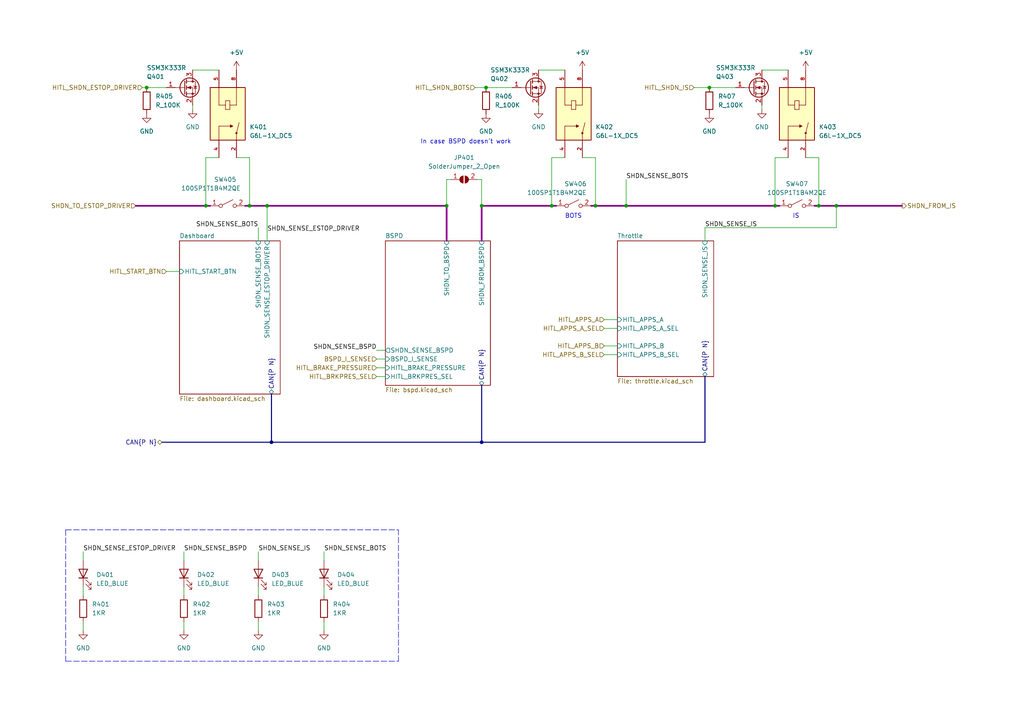
<source format=kicad_sch>
(kicad_sch (version 20211123) (generator eeschema)
  (paper "A4")
  (lib_symbols
    (symbol "1KR_1" (pin_numbers hide) (pin_names (offset 0))
      (property "Reference" "R" (at 2.032 0 90))
      (property "Value" "1KR_1" (at 0 0 90))
      (symbol "1KR_1_0_1"
        (rectangle (start -1.016 -2.54) (end 1.016 2.54) (stroke (width 0.254)))
      )
      (symbol "1KR_1_1_1"
        (pin passive line (at 0 3.81 270) (length 1.27) (name "~") (number "1"))
        (pin passive line (at 0 -3.81 90) (length 1.27) (name "~") (number "2"))
      )
    )
    (symbol "1KR_2" (pin_numbers hide) (pin_names (offset 0))
      (property "Reference" "R" (at 2.032 0 90))
      (property "Value" "1KR_2" (at 0 0 90))
      (symbol "1KR_2_0_1"
        (rectangle (start -1.016 -2.54) (end 1.016 2.54) (stroke (width 0.254)))
      )
      (symbol "1KR_2_1_1"
        (pin passive line (at 0 3.81 270) (length 1.27) (name "~") (number "1"))
        (pin passive line (at 0 -3.81 90) (length 1.27) (name "~") (number "2"))
      )
    )
    (symbol "1KR_3" (pin_numbers hide) (pin_names (offset 0))
      (property "Reference" "R" (at 2.032 0 90))
      (property "Value" "1KR_3" (at 0 0 90))
      (symbol "1KR_3_0_1"
        (rectangle (start -1.016 -2.54) (end 1.016 2.54) (stroke (width 0.254)))
      )
      (symbol "1KR_3_1_1"
        (pin passive line (at 0 3.81 270) (length 1.27) (name "~") (number "1"))
        (pin passive line (at 0 -3.81 90) (length 1.27) (name "~") (number "2"))
      )
    )
    (symbol "Jumper:SolderJumper_2_Open" (pin_names (offset 0) hide)
      (property "Reference" "JP" (at 0 2.032 0))
      (property "Value" "SolderJumper_2_Open" (at 0 -2.54 0))
      (symbol "SolderJumper_2_Open_0_1"
        (arc (start -0.254 1.016) (mid -1.27 0) (end -0.254 -1.016))
        (arc (start -0.254 1.016) (mid -1.27 0) (end -0.254 -1.016) (fill (type outline)))
        (polyline (pts (xy -0.254 1.016) (xy -0.254 -1.016)))
        (polyline (pts (xy 0.254 1.016) (xy 0.254 -1.016)))
        (arc (start 0.254 -1.016) (mid 1.27 0) (end 0.254 1.016))
        (arc (start 0.254 -1.016) (mid 1.27 0) (end 0.254 1.016) (fill (type outline)))
      )
      (symbol "SolderJumper_2_Open_1_1"
        (pin passive line (at -3.81 0 0) (length 2.54) (name "A") (number "1"))
        (pin passive line (at 3.81 0 180) (length 2.54) (name "B") (number "2"))
      )
    )
    (symbol "OEM:100SP1T1B4M2QE" (pin_names (offset 0) hide)
      (property "Reference" "SW" (at 0 3.175 0))
      (property "Value" "100SP1T1B4M2QE" (at 0 -2.54 0))
      (symbol "100SP1T1B4M2QE_0_0"
        (circle (center -2.032 0) (radius 0.508))
        (polyline (pts (xy -1.524 0.254) (xy 1.524 1.778)))
        (circle (center 2.032 0) (radius 0.508))
      )
      (symbol "100SP1T1B4M2QE_1_1"
        (pin passive line (at -5.08 0 0) (length 2.54) (name "A") (number "1"))
        (pin passive line (at 5.08 0 180) (length 2.54) (name "B") (number "2"))
      )
    )
    (symbol "OEM:1KR" (pin_numbers hide) (pin_names (offset 0))
      (property "Reference" "R" (at 2.032 0 90))
      (property "Value" "1KR" (at 0 0 90))
      (symbol "1KR_0_1"
        (rectangle (start -1.016 -2.54) (end 1.016 2.54) (stroke (width 0.254)))
      )
      (symbol "1KR_1_1"
        (pin passive line (at 0 3.81 270) (length 1.27) (name "~") (number "1"))
        (pin passive line (at 0 -3.81 90) (length 1.27) (name "~") (number "2"))
      )
    )
    (symbol "OEM:G6L-1X_DC5" (pin_names (offset 1.016))
      (property "Reference" "K" (at -7.62 6.35 0))
      (property "Value" "G6L-1X_DC5" (at -7.62 -7.62 0))
      (symbol "G6L-1X_DC5_0_0"
        (rectangle (start -7.62 -5.08) (end 7.62 5.08) (stroke (width 0.254)) (fill (type background)))
        (polyline (pts (xy -7.62 -2.54) (xy -2.54 -2.54)) (stroke (width 0.1524)))
        (polyline (pts (xy -7.62 2.54) (xy -2.54 2.54)) (stroke (width 0.1524)))
        (polyline (pts (xy -3.81 -0.635) (xy -3.81 0.635)) (stroke (width 0.1524)))
        (polyline (pts (xy -3.81 0.635) (xy -2.54 0.635)) (stroke (width 0.1524)))
        (polyline (pts (xy -2.54 -0.635) (xy -3.81 -0.635)) (stroke (width 0.1524)))
        (polyline (pts (xy -2.54 -0.635) (xy -2.54 -2.54)) (stroke (width 0.1524)))
        (polyline (pts (xy -2.54 0.635) (xy -1.27 0.635)) (stroke (width 0.1524)))
        (polyline (pts (xy -2.54 2.54) (xy -2.54 0.635)) (stroke (width 0.1524)))
        (polyline (pts (xy -1.27 -0.635) (xy -2.54 -0.635)) (stroke (width 0.1524)))
        (polyline (pts (xy -1.27 0.635) (xy -1.27 -0.635)) (stroke (width 0.1524)))
        (polyline (pts (xy 3.556 -2.54) (xy 3.556 0.762)) (stroke (width 0.1524)))
        (polyline (pts (xy 5.588 2.54) (xy 2.54 3.302)) (stroke (width 0.1524)))
        (polyline (pts (xy 7.62 -2.54) (xy 3.556 -2.54)) (stroke (width 0.1524)))
        (polyline (pts (xy 7.62 2.54) (xy 5.588 2.54)) (stroke (width 0.1524)))
        (polyline (pts (xy 3.175 0.762) (xy 3.937 0.762) (xy 3.556 1.524) (xy 3.175 0.762)) (stroke (width 0.1524)) (fill (type outline)))
        (circle (center 5.588 2.54) (radius 0.1524) (stroke (width 0.3048)))
        (pin passive line (at 12.7 2.54 180) (length 5.08) (name "~") (number "2"))
        (pin passive line (at 12.7 -2.54 180) (length 5.08) (name "~") (number "4"))
        (pin passive line (at -12.7 -2.54 0) (length 5.08) (name "~") (number "5"))
        (pin passive line (at -12.7 2.54 0) (length 5.08) (name "~") (number "8"))
      )
    )
    (symbol "OEM:LED_BLUE" (pin_numbers hide) (pin_names (offset 1.016) hide)
      (property "Reference" "D" (at 0 2.54 0))
      (property "Value" "LED_BLUE" (at 0 -2.54 0))
      (symbol "LED_BLUE_0_1"
        (polyline (pts (xy -1.27 -1.27) (xy -1.27 1.27)) (stroke (width 0.254)))
        (polyline (pts (xy -1.27 0) (xy 1.27 0)))
        (polyline (pts (xy 1.27 -1.27) (xy 1.27 1.27) (xy -1.27 0) (xy 1.27 -1.27)) (stroke (width 0.254)))
        (polyline (pts (xy -3.048 -0.762) (xy -4.572 -2.286) (xy -3.81 -2.286) (xy -4.572 -2.286) (xy -4.572 -1.524)))
        (polyline (pts (xy -1.778 -0.762) (xy -3.302 -2.286) (xy -2.54 -2.286) (xy -3.302 -2.286) (xy -3.302 -1.524)))
      )
      (symbol "LED_BLUE_1_1"
        (pin passive line (at -3.81 0 0) (length 2.54) (name "K") (number "1"))
        (pin passive line (at 3.81 0 180) (length 2.54) (name "A") (number "2"))
      )
    )
    (symbol "OEM:SSM3K333R" (pin_names (offset 0) hide)
      (property "Reference" "Q" (at 5.08 1.27 0))
      (property "Value" "SSM3K333R" (at 5.08 -1.27 0))
      (symbol "SSM3K333R_0_1"
        (polyline (pts (xy 0.254 0) (xy -2.54 0)))
        (polyline (pts (xy 0.254 1.905) (xy 0.254 -1.905)) (stroke (width 0.254)))
        (polyline (pts (xy 0.762 -1.27) (xy 0.762 -2.286)) (stroke (width 0.254)))
        (polyline (pts (xy 0.762 0.508) (xy 0.762 -0.508)) (stroke (width 0.254)))
        (polyline (pts (xy 0.762 2.286) (xy 0.762 1.27)) (stroke (width 0.254)))
        (polyline (pts (xy 2.54 2.54) (xy 2.54 1.778)))
        (polyline (pts (xy 2.54 -2.54) (xy 2.54 0) (xy 0.762 0)))
        (polyline (pts (xy 0.762 -1.778) (xy 3.302 -1.778) (xy 3.302 1.778) (xy 0.762 1.778)))
        (polyline (pts (xy 1.016 0) (xy 2.032 0.381) (xy 2.032 -0.381) (xy 1.016 0)) (fill (type outline)))
        (polyline (pts (xy 2.794 0.508) (xy 2.921 0.381) (xy 3.683 0.381) (xy 3.81 0.254)))
        (polyline (pts (xy 3.302 0.381) (xy 2.921 -0.254) (xy 3.683 -0.254) (xy 3.302 0.381)))
        (circle (center 1.651 0) (radius 2.794) (stroke (width 0.254)))
        (circle (center 2.54 -1.778) (radius 0.254) (fill (type outline)))
        (circle (center 2.54 1.778) (radius 0.254) (fill (type outline)))
      )
      (symbol "SSM3K333R_1_1"
        (pin input line (at -5.08 0 0) (length 2.54) (name "G") (number "1"))
        (pin passive line (at 2.54 -5.08 90) (length 2.54) (name "S") (number "2"))
        (pin passive line (at 2.54 5.08 270) (length 2.54) (name "D") (number "3"))
      )
    )
    (symbol "SSM3K333R_1" (pin_names (offset 0) hide)
      (property "Reference" "Q" (at 5.08 1.27 0))
      (property "Value" "SSM3K333R_1" (at 5.08 -1.27 0))
      (symbol "SSM3K333R_1_0_1"
        (polyline (pts (xy 0.254 0) (xy -2.54 0)))
        (polyline (pts (xy 0.254 1.905) (xy 0.254 -1.905)) (stroke (width 0.254)))
        (polyline (pts (xy 0.762 -1.27) (xy 0.762 -2.286)) (stroke (width 0.254)))
        (polyline (pts (xy 0.762 0.508) (xy 0.762 -0.508)) (stroke (width 0.254)))
        (polyline (pts (xy 0.762 2.286) (xy 0.762 1.27)) (stroke (width 0.254)))
        (polyline (pts (xy 2.54 2.54) (xy 2.54 1.778)))
        (polyline (pts (xy 2.54 -2.54) (xy 2.54 0) (xy 0.762 0)))
        (polyline (pts (xy 0.762 -1.778) (xy 3.302 -1.778) (xy 3.302 1.778) (xy 0.762 1.778)))
        (polyline (pts (xy 1.016 0) (xy 2.032 0.381) (xy 2.032 -0.381) (xy 1.016 0)) (fill (type outline)))
        (polyline (pts (xy 2.794 0.508) (xy 2.921 0.381) (xy 3.683 0.381) (xy 3.81 0.254)))
        (polyline (pts (xy 3.302 0.381) (xy 2.921 -0.254) (xy 3.683 -0.254) (xy 3.302 0.381)))
        (circle (center 1.651 0) (radius 2.794) (stroke (width 0.254)))
        (circle (center 2.54 -1.778) (radius 0.254) (fill (type outline)))
        (circle (center 2.54 1.778) (radius 0.254) (fill (type outline)))
      )
      (symbol "SSM3K333R_1_1_1"
        (pin input line (at -5.08 0 0) (length 2.54) (name "G") (number "1"))
        (pin passive line (at 2.54 -5.08 90) (length 2.54) (name "S") (number "2"))
        (pin passive line (at 2.54 5.08 270) (length 2.54) (name "D") (number "3"))
      )
    )
    (symbol "SSM3K333R_2" (pin_names (offset 0) hide)
      (property "Reference" "Q" (at 5.08 1.27 0))
      (property "Value" "SSM3K333R_2" (at 5.08 -1.27 0))
      (symbol "SSM3K333R_2_0_1"
        (polyline (pts (xy 0.254 0) (xy -2.54 0)))
        (polyline (pts (xy 0.254 1.905) (xy 0.254 -1.905)) (stroke (width 0.254)))
        (polyline (pts (xy 0.762 -1.27) (xy 0.762 -2.286)) (stroke (width 0.254)))
        (polyline (pts (xy 0.762 0.508) (xy 0.762 -0.508)) (stroke (width 0.254)))
        (polyline (pts (xy 0.762 2.286) (xy 0.762 1.27)) (stroke (width 0.254)))
        (polyline (pts (xy 2.54 2.54) (xy 2.54 1.778)))
        (polyline (pts (xy 2.54 -2.54) (xy 2.54 0) (xy 0.762 0)))
        (polyline (pts (xy 0.762 -1.778) (xy 3.302 -1.778) (xy 3.302 1.778) (xy 0.762 1.778)))
        (polyline (pts (xy 1.016 0) (xy 2.032 0.381) (xy 2.032 -0.381) (xy 1.016 0)) (fill (type outline)))
        (polyline (pts (xy 2.794 0.508) (xy 2.921 0.381) (xy 3.683 0.381) (xy 3.81 0.254)))
        (polyline (pts (xy 3.302 0.381) (xy 2.921 -0.254) (xy 3.683 -0.254) (xy 3.302 0.381)))
        (circle (center 1.651 0) (radius 2.794) (stroke (width 0.254)))
        (circle (center 2.54 -1.778) (radius 0.254) (fill (type outline)))
        (circle (center 2.54 1.778) (radius 0.254) (fill (type outline)))
      )
      (symbol "SSM3K333R_2_1_1"
        (pin input line (at -5.08 0 0) (length 2.54) (name "G") (number "1"))
        (pin passive line (at 2.54 -5.08 90) (length 2.54) (name "S") (number "2"))
        (pin passive line (at 2.54 5.08 270) (length 2.54) (name "D") (number "3"))
      )
    )
    (symbol "formula:R_100K" (pin_numbers hide) (pin_names (offset 0))
      (property "Reference" "R" (at 2.032 0 90))
      (property "Value" "R_100K" (at -2.54 0 90))
      (symbol "R_100K_0_1"
        (rectangle (start -1.016 -2.54) (end 1.016 2.54) (stroke (width 0.254)))
      )
      (symbol "R_100K_1_1"
        (pin passive line (at 0 3.81 270) (length 1.27) (name "~") (number "1"))
        (pin passive line (at 0 -3.81 90) (length 1.27) (name "~") (number "2"))
      )
    )
    (symbol "power:+5V" (power) (pin_names (offset 0))
      (property "Value" "+5V" (at 0 3.556 0))
      (symbol "+5V_0_1"
        (polyline (pts (xy -0.762 1.27) (xy 0 2.54)))
        (polyline (pts (xy 0 0) (xy 0 2.54)))
        (polyline (pts (xy 0 2.54) (xy 0.762 1.27)))
      )
      (symbol "+5V_1_1"
        (pin power_in line (at 0 0 90) (length 0) hide (name "+5V") (number "1"))
      )
    )
    (symbol "power:GND" (power) (pin_names (offset 0))
      (property "Value" "GND" (at 0 -3.81 0))
      (symbol "GND_0_1"
        (polyline (pts (xy 0 0) (xy 0 -1.27) (xy 1.27 -1.27) (xy 0 -2.54) (xy -1.27 -1.27) (xy 0 -1.27)))
      )
      (symbol "GND_1_1"
        (pin power_in line (at 0 0 270) (length 0) hide (name "GND") (number "1"))
      )
    )
  )
  (junction (at 42.545 25.4))
  (junction (at 78.74 128.27))
  (junction (at 160.02 59.69))
  (junction (at 224.79 59.69))
  (junction (at 139.7 59.69))
  (junction (at 59.69 59.69))
  (junction (at 129.54 59.69))
  (junction (at 77.47 59.69))
  (junction (at 237.49 59.69))
  (junction (at 72.39 59.69))
  (junction (at 140.97 25.4))
  (junction (at 181.61 59.69))
  (junction (at 172.72 59.69))
  (junction (at 139.7 128.27))
  (junction (at 205.74 25.4))
  (junction (at 242.57 59.69))
  (wire (pts (xy 140.97 25.4) (xy 148.59 25.4)))
  (polyline (pts (xy 19.05 153.67) (xy 115.57 153.67)))
  (wire (pts (xy 168.91 45.72) (xy 172.72 45.72)))
  (wire (pts (xy 129.54 59.69) (xy 129.54 69.85)) (stroke (width 0.508) (color 132 0 132 1)))
  (polyline (pts (xy 115.57 191.77) (xy 115.57 153.67)))
  (wire (pts (xy 172.72 45.72) (xy 172.72 59.69)))
  (wire (pts (xy 109.22 104.14) (xy 111.76 104.14)))
  (bus (pts (xy 139.7 128.27) (xy 204.47 128.27)))
  (wire (pts (xy 74.93 180.34) (xy 74.93 182.88)))
  (wire (pts (xy 156.21 30.48) (xy 156.21 31.75)))
  (wire (pts (xy 220.98 30.48) (xy 220.98 31.75)))
  (polyline (pts (xy 19.05 153.67) (xy 19.05 191.77)))
  (wire (pts (xy 181.61 59.69) (xy 224.79 59.69)) (stroke (width 0.508) (color 132 0 132 1)))
  (wire (pts (xy 242.57 59.69) (xy 261.62 59.69)) (stroke (width 0.508) (color 132 0 132 1)))
  (wire (pts (xy 204.47 66.04) (xy 242.57 66.04)))
  (wire (pts (xy 24.13 170.18) (xy 24.13 172.72)))
  (wire (pts (xy 129.54 52.07) (xy 130.81 52.07)))
  (bus (pts (xy 139.7 128.27) (xy 139.7 111.76)))
  (wire (pts (xy 139.7 52.07) (xy 139.7 59.69)))
  (wire (pts (xy 220.98 20.32) (xy 228.6 20.32)))
  (wire (pts (xy 42.545 25.4) (xy 48.26 25.4)))
  (wire (pts (xy 39.37 59.69) (xy 59.69 59.69)) (stroke (width 0.508) (color 132 0 132 1)))
  (wire (pts (xy 24.13 160.02) (xy 24.13 162.56)))
  (wire (pts (xy 172.72 59.69) (xy 181.61 59.69)) (stroke (width 0.508) (color 132 0 132 1)))
  (wire (pts (xy 74.93 66.04) (xy 74.93 69.85)))
  (wire (pts (xy 160.02 45.72) (xy 160.02 59.69)))
  (wire (pts (xy 138.43 52.07) (xy 139.7 52.07)))
  (wire (pts (xy 139.7 69.85) (xy 139.7 59.69)) (stroke (width 0.508) (color 132 0 132 1)))
  (wire (pts (xy 237.49 45.72) (xy 237.49 59.69)))
  (wire (pts (xy 156.21 20.32) (xy 163.83 20.32)))
  (wire (pts (xy 59.69 59.69) (xy 60.96 59.69)) (stroke (width 0.508) (color 132 0 132 1)))
  (wire (pts (xy 228.6 45.72) (xy 224.79 45.72)))
  (wire (pts (xy 175.26 100.33) (xy 179.07 100.33)))
  (wire (pts (xy 160.02 59.69) (xy 161.29 59.69)) (stroke (width 0.508) (color 132 0 132 1)))
  (wire (pts (xy 93.98 170.18) (xy 93.98 172.72)))
  (wire (pts (xy 109.22 109.22) (xy 111.76 109.22)))
  (wire (pts (xy 224.79 45.72) (xy 224.79 59.69)))
  (wire (pts (xy 24.13 180.34) (xy 24.13 182.88)))
  (wire (pts (xy 163.83 45.72) (xy 160.02 45.72)))
  (bus (pts (xy 46.99 128.27) (xy 78.74 128.27)))
  (wire (pts (xy 236.22 59.69) (xy 237.49 59.69)) (stroke (width 0.508) (color 132 0 132 1)))
  (wire (pts (xy 74.93 160.02) (xy 74.93 162.56)))
  (wire (pts (xy 129.54 52.07) (xy 129.54 59.69)))
  (wire (pts (xy 137.795 25.4) (xy 140.97 25.4)))
  (wire (pts (xy 77.47 59.69) (xy 77.47 69.85)))
  (wire (pts (xy 175.26 102.87) (xy 179.07 102.87)))
  (wire (pts (xy 175.26 92.71) (xy 179.07 92.71)))
  (wire (pts (xy 53.34 160.02) (xy 53.34 162.56)))
  (wire (pts (xy 72.39 59.69) (xy 77.47 59.69)) (stroke (width 0.508) (color 132 0 132 1)))
  (wire (pts (xy 205.74 25.4) (xy 213.36 25.4)))
  (wire (pts (xy 63.5 45.72) (xy 59.69 45.72)))
  (wire (pts (xy 201.295 25.4) (xy 205.74 25.4)))
  (wire (pts (xy 93.98 160.02) (xy 93.98 162.56)))
  (wire (pts (xy 55.88 20.32) (xy 63.5 20.32)))
  (wire (pts (xy 175.26 95.25) (xy 179.07 95.25)))
  (bus (pts (xy 78.74 128.27) (xy 139.7 128.27)))
  (wire (pts (xy 237.49 59.69) (xy 242.57 59.69)) (stroke (width 0.508) (color 132 0 132 1)))
  (wire (pts (xy 53.34 180.34) (xy 53.34 182.88)))
  (wire (pts (xy 171.45 59.69) (xy 172.72 59.69)) (stroke (width 0.508) (color 132 0 132 1)))
  (wire (pts (xy 77.47 59.69) (xy 129.54 59.69)) (stroke (width 0.508) (color 132 0 132 1)))
  (bus (pts (xy 204.47 109.22) (xy 204.47 128.27)))
  (wire (pts (xy 204.47 66.04) (xy 204.47 69.85)))
  (wire (pts (xy 233.68 45.72) (xy 237.49 45.72)))
  (wire (pts (xy 71.12 59.69) (xy 72.39 59.69)) (stroke (width 0.508) (color 132 0 132 1)))
  (wire (pts (xy 109.22 101.6) (xy 111.76 101.6)))
  (wire (pts (xy 59.69 45.72) (xy 59.69 59.69)))
  (polyline (pts (xy 19.05 191.77) (xy 115.57 191.77)))
  (bus (pts (xy 78.74 128.27) (xy 78.74 114.3)))
  (wire (pts (xy 53.34 170.18) (xy 53.34 172.72)))
  (wire (pts (xy 74.93 170.18) (xy 74.93 172.72)))
  (wire (pts (xy 48.26 78.74) (xy 52.07 78.74)))
  (wire (pts (xy 181.61 52.07) (xy 181.61 59.69)))
  (wire (pts (xy 55.88 30.48) (xy 55.88 31.75)))
  (wire (pts (xy 41.275 25.4) (xy 42.545 25.4)))
  (wire (pts (xy 224.79 59.69) (xy 226.06 59.69)) (stroke (width 0.508) (color 132 0 132 1)))
  (wire (pts (xy 242.57 59.69) (xy 242.57 66.04)))
  (wire (pts (xy 109.22 106.68) (xy 111.76 106.68)))
  (wire (pts (xy 93.98 180.34) (xy 93.98 182.88)))
  (wire (pts (xy 139.7 59.69) (xy 160.02 59.69)) (stroke (width 0.508) (color 132 0 132 1)))
  (wire (pts (xy 68.58 45.72) (xy 72.39 45.72)))
  (wire (pts (xy 72.39 45.72) (xy 72.39 59.69)))
  (text "In case BSPD doesn't work" (at 121.92 41.91 0) (effects (font (size 1.27 1.27)) (justify left bottom)))
  (text "IS" (at 229.87 63.5 0) (effects (font (size 1.27 1.27)) (justify left bottom)))
  (text "BOTS" (at 163.83 63.5 0) (effects (font (size 1.27 1.27)) (justify left bottom)))
  (label "SHDN_SENSE_BOTS" (at 181.61 52.07 0))
  (label "SHDN_SENSE_BSPD" (at 53.34 160.02 0))
  (label "SHDN_SENSE_BOTS" (at 74.93 66.04 180))
  (label "SHDN_SENSE_BSPD" (at 109.22 101.6 180))
  (label "SHDN_SENSE_ESTOP_DRIVER" (at 77.47 67.3003 0))
  (label "SHDN_SENSE_IS" (at 74.93 160.02 0))
  (label "SHDN_SENSE_BOTS" (at 93.98 160.02 0))
  (label "SHDN_SENSE_IS" (at 204.47 66.04 0))
  (label "SHDN_SENSE_ESTOP_DRIVER" (at 24.13 160.02 0))
  (hierarchical_label "SHDN_TO_ESTOP_DRIVER" (shape input) (at 39.37 59.69 180))
  (hierarchical_label "CAN{P N}" (shape bidirectional) (at 46.99 128.27 180))
  (hierarchical_label "HITL_START_BTN" (shape input) (at 48.26 78.74 180))
  (hierarchical_label "HITL_APPS_A_SEL" (shape input) (at 175.26 95.25 180))
  (hierarchical_label "HITL_APPS_B" (shape input) (at 175.26 100.33 180))
  (hierarchical_label "HITL_APPS_A" (shape input) (at 175.26 92.71 180))
  (hierarchical_label "SHDN_FROM_IS" (shape output) (at 261.62 59.69 0))
  (hierarchical_label "HITL_SHDN_IS" (shape input) (at 201.295 25.4 180))
  (hierarchical_label "BSPD_I_SENSE" (shape input) (at 109.22 104.14 180))
  (hierarchical_label "HITL_SHDN_ESTOP_DRIVER" (shape input) (at 41.275 25.4 180))
  (hierarchical_label "HITL_APPS_B_SEL" (shape input) (at 175.26 102.87 180))
  (hierarchical_label "HITL_BRAKE_PRESSURE" (shape input) (at 109.22 106.68 180))
  (hierarchical_label "HITL_SHDN_BOTS" (shape input) (at 137.795 25.4 180))
  (hierarchical_label "HITL_BRKPRES_SEL" (shape input) (at 109.22 109.22 180))
  (symbol (lib_id "OEM:LED_BLUE") (at 24.13 166.37 90) (unit 1)
    (property "Reference" "D401" (at 27.94 166.7001 90) (effects (justify right)))
    (property "Value" "LED_BLUE" (at 27.94 169.2401 90) (effects (justify right)))
    (property "Footprint" "OEM:CHIPLED_0805" (effects hide))
    (property "Datasheet" "${OEM_DIR}/parts/datasheets/lite-on_LTST-C171TBKT.pdf" (effects hide))
    (property "MFN" "Lite-On" (effects hide))
    (property "MPN" "LTST-C171TBKT" (effects hide))
    (property "DKPN" "160-1645-6-ND" (effects hide))
    (property "Package" "0805" (effects hide))
    (property "NewDesigns" "Yes" (effects hide))
    (property "Stocked" "Digi-Reel" (effects hide))
    (property "Style" "SMD" (effects hide))
  )
  (symbol (lib_id "power:GND") (at 53.34 182.88 0) (unit 1)
    (property "Reference" "#PWR?" (effects hide))
    (property "Value" "GND" (at 53.34 187.96 0))
  )
  (symbol (lib_id "power:GND") (at 74.93 182.88 0) (unit 1)
    (property "Reference" "#PWR?" (effects hide))
    (property "Value" "GND" (at 74.93 187.96 0))
  )
  (symbol (lib_id "OEM:1KR") (at 53.34 176.53 0) (unit 1)
    (property "Reference" "R402" (at 55.88 175.2599 0) (effects (justify left)))
    (property "Value" "1KR" (at 55.88 177.7999 0) (effects (justify left)))
    (property "Footprint" "OEM:R_0603" (effects hide))
    (property "Datasheet" "${OEM_DIR}/parts/datasheets/stackpole_RMCF_RMCP.pdf" (effects hide))
    (property "MFN" "Stackpole Electronics" (effects hide))
    (property "MPN" "RMCF0603FT1K00" (effects hide))
    (property "DKPN" "RMCF0603FT1K00TR-ND" (effects hide))
    (property "NewDesigns" "YES" (effects hide))
    (property "Stocked" "Reel" (effects hide))
    (property "Package" "0603" (effects hide))
    (property "Style" "SMD" (effects hide))
  )
  (symbol (lib_id "OEM:100SP1T1B4M2QE") (at 166.37 59.69 0) (unit 1)
    (property "Reference" "SW406" (at 170.18 53.34 0) (effects (justify right)))
    (property "Value" "100SP1T1B4M2QE" (at 170.18 55.88 0) (effects (justify right)))
    (property "Footprint" "footprints:SW_100SP1T1B4M2QE" (effects hide))
    (property "Datasheet" "https://sten-eswitch-13110800-production.s3.amazonaws.com/system/asset/product_line/data_sheet/129/100.pdf" (effects hide))
    (property "MPN" "100SP1T1B4M2QE" (effects hide))
    (property "MFN" "E-Switch" (effects hide))
    (property "DKPN" "EG2355-ND" (effects hide))
    (property "NewDesigns" "YES" (effects hide))
    (property "Stocked" "Bulk" (effects hide))
    (property "Package" "Custom" (effects hide))
    (property "Style" "THT" (effects hide))
  )
  (symbol (lib_id "formula:R_100K") (at 205.74 29.21 0) (unit 1)
    (property "Reference" "R407" (at 208.28 27.9399 0) (effects (justify left)))
    (property "Value" "R_100K" (at 208.28 30.4799 0) (effects (justify left)))
    (property "Footprint" "OEM:R_0603" (effects hide))
    (property "Datasheet" "https://industrial.panasonic.com/cdbs/www-data/pdf/RDA0000/AOA0000C304.pdf" (effects hide))
    (property "MFN" "DK" (effects hide))
    (property "MPN" "P100KCCT-ND" (effects hide))
    (property "PurchasingLink" "https://www.digikey.com/product-detail/en/panasonic-electronic-components/ERJ-6ENF1003V/P100KCCT-ND/119551" (effects hide))
  )
  (symbol (lib_name "SSM3K333R_2") (lib_id "OEM:SSM3K333R") (at 53.34 25.4 0) (unit 1)
    (property "Reference" "Q401" (at 42.545 22.225 0) (effects (justify left)))
    (property "Value" "SSM3K333R" (at 42.545 19.685 0) (effects (justify left)))
    (property "Footprint" "OEM:SOT-23F" (effects hide))
    (property "Datasheet" "${OEM_DIR}/parts/datasheets/toshiba_SSM3K333R.pdf" (effects hide))
    (property "MFN" "Toshiba" (effects hide))
    (property "MPN" "SSM3K333R,LF" (effects hide))
    (property "DKPN" "SSM3K333RLFDKR-ND" (effects hide))
    (property "Package" "SOT-23" (effects hide))
    (property "NewDesigns" "YES" (effects hide))
    (property "Stocked" "Digi-Reel" (effects hide))
    (property "Style" "SMD" (effects hide))
  )
  (symbol (lib_id "power:GND") (at 156.21 31.75 0) (unit 1)
    (property "Reference" "#PWR?" (effects hide))
    (property "Value" "GND" (at 156.21 36.83 0))
  )
  (symbol (lib_id "power:GND") (at 42.545 33.02 0) (unit 1)
    (property "Reference" "#PWR?" (effects hide))
    (property "Value" "GND" (at 42.545 38.1 0))
  )
  (symbol (lib_name "1KR_1") (lib_id "OEM:1KR") (at 24.13 176.53 0) (unit 1)
    (property "Reference" "R401" (at 26.67 175.2599 0) (effects (justify left)))
    (property "Value" "1KR" (at 26.67 177.7999 0) (effects (justify left)))
    (property "Footprint" "OEM:R_0603" (effects hide))
    (property "Datasheet" "${OEM_DIR}/parts/datasheets/stackpole_RMCF_RMCP.pdf" (effects hide))
    (property "MFN" "Stackpole Electronics" (effects hide))
    (property "MPN" "RMCF0603FT1K00" (effects hide))
    (property "DKPN" "RMCF0603FT1K00TR-ND" (effects hide))
    (property "NewDesigns" "YES" (effects hide))
    (property "Stocked" "Reel" (effects hide))
    (property "Package" "0603" (effects hide))
    (property "Style" "SMD" (effects hide))
  )
  (symbol (lib_id "OEM:G6L-1X_DC5") (at 231.14 33.02 270) (unit 1)
    (property "Reference" "K403" (at 237.49 36.83 90) (effects (justify left)))
    (property "Value" "G6L-1X_DC5" (at 237.49 39.37 90) (effects (justify left)))
    (property "Footprint" "footprints:RELAY_G6L-1P_DC5" (effects hide))
    (property "Datasheet" "https://media.digikey.com/pdf/Data%20Sheets/Omron%20PDFs/G6L.pdf" (effects hide))
    (property "MPN" "G6L-1P DC5" (effects hide))
    (property "MFN" "Omron Electronics" (effects hide))
    (property "DKPN" "Z1228-ND" (effects hide))
    (property "NewDesigns" "YES" (effects hide))
    (property "Stocked" "Tube" (effects hide))
    (property "Package" "Custom" (effects hide))
    (property "Style" "THT" (effects hide))
  )
  (symbol (lib_id "power:GND") (at 93.98 182.88 0) (unit 1)
    (property "Reference" "#PWR?" (effects hide))
    (property "Value" "GND" (at 93.98 187.96 0))
  )
  (symbol (lib_id "OEM:SSM3K333R") (at 218.44 25.4 0) (unit 1)
    (property "Reference" "Q403" (at 207.645 22.225 0) (effects (justify left)))
    (property "Value" "SSM3K333R" (at 207.645 19.685 0) (effects (justify left)))
    (property "Footprint" "OEM:SOT-23F" (effects hide))
    (property "Datasheet" "${OEM_DIR}/parts/datasheets/toshiba_SSM3K333R.pdf" (effects hide))
    (property "MFN" "Toshiba" (effects hide))
    (property "MPN" "SSM3K333R,LF" (effects hide))
    (property "DKPN" "SSM3K333RLFDKR-ND" (effects hide))
    (property "Package" "SOT-23" (effects hide))
    (property "NewDesigns" "YES" (effects hide))
    (property "Stocked" "Digi-Reel" (effects hide))
    (property "Style" "SMD" (effects hide))
  )
  (symbol (lib_id "Jumper:SolderJumper_2_Open") (at 134.62 52.07 0) (unit 1) (in_bom no)
    (property "Reference" "JP401" (at 134.62 45.72 0))
    (property "Value" "SolderJumper_2_Open" (at 134.62 48.26 0))
    (property "Footprint" "Jumper:SolderJumper-2_P1.3mm_Open_RoundedPad1.0x1.5mm" (effects hide))
  )
  (symbol (lib_id "power:GND") (at 55.88 31.75 0) (unit 1)
    (property "Reference" "#PWR?" (effects hide))
    (property "Value" "GND" (at 55.88 36.83 0))
  )
  (symbol (lib_id "power:+5V") (at 68.58 20.32 0) (unit 1)
    (property "Reference" "#PWR?" (effects hide))
    (property "Value" "+5V" (at 68.58 15.24 0))
  )
  (symbol (lib_id "power:GND") (at 220.98 31.75 0) (unit 1)
    (property "Reference" "#PWR?" (effects hide))
    (property "Value" "GND" (at 220.98 36.83 0))
  )
  (symbol (lib_id "power:+5V") (at 233.68 20.32 0) (unit 1)
    (property "Reference" "#PWR?" (effects hide))
    (property "Value" "+5V" (at 233.68 15.24 0))
  )
  (symbol (lib_id "power:GND") (at 24.13 182.88 0) (unit 1)
    (property "Reference" "#PWR?" (effects hide))
    (property "Value" "GND" (at 24.13 187.96 0))
  )
  (symbol (lib_name "1KR_3") (lib_id "OEM:1KR") (at 74.93 176.53 0) (unit 1)
    (property "Reference" "R403" (at 77.47 175.2599 0) (effects (justify left)))
    (property "Value" "1KR" (at 77.47 177.7999 0) (effects (justify left)))
    (property "Footprint" "OEM:R_0603" (effects hide))
    (property "Datasheet" "${OEM_DIR}/parts/datasheets/stackpole_RMCF_RMCP.pdf" (effects hide))
    (property "MFN" "Stackpole Electronics" (effects hide))
    (property "MPN" "RMCF0603FT1K00" (effects hide))
    (property "DKPN" "RMCF0603FT1K00TR-ND" (effects hide))
    (property "NewDesigns" "YES" (effects hide))
    (property "Stocked" "Reel" (effects hide))
    (property "Package" "0603" (effects hide))
    (property "Style" "SMD" (effects hide))
  )
  (symbol (lib_name "SSM3K333R_1") (lib_id "OEM:SSM3K333R") (at 153.67 25.4 0) (unit 1)
    (property "Reference" "Q402" (at 142.24 22.86 0) (effects (justify left)))
    (property "Value" "SSM3K333R" (at 142.24 20.32 0) (effects (justify left)))
    (property "Footprint" "OEM:SOT-23F" (effects hide))
    (property "Datasheet" "${OEM_DIR}/parts/datasheets/toshiba_SSM3K333R.pdf" (effects hide))
    (property "MFN" "Toshiba" (effects hide))
    (property "MPN" "SSM3K333R,LF" (effects hide))
    (property "DKPN" "SSM3K333RLFDKR-ND" (effects hide))
    (property "Package" "SOT-23" (effects hide))
    (property "NewDesigns" "YES" (effects hide))
    (property "Stocked" "Digi-Reel" (effects hide))
    (property "Style" "SMD" (effects hide))
  )
  (symbol (lib_id "formula:R_100K") (at 42.545 29.21 0) (unit 1)
    (property "Reference" "R405" (at 45.085 27.9399 0) (effects (justify left)))
    (property "Value" "R_100K" (at 45.085 30.4799 0) (effects (justify left)))
    (property "Footprint" "OEM:R_0603" (effects hide))
    (property "Datasheet" "https://industrial.panasonic.com/cdbs/www-data/pdf/RDA0000/AOA0000C304.pdf" (effects hide))
    (property "MFN" "DK" (effects hide))
    (property "MPN" "P100KCCT-ND" (effects hide))
    (property "PurchasingLink" "https://www.digikey.com/product-detail/en/panasonic-electronic-components/ERJ-6ENF1003V/P100KCCT-ND/119551" (effects hide))
  )
  (symbol (lib_name "1KR_2") (lib_id "OEM:1KR") (at 93.98 176.53 0) (unit 1)
    (property "Reference" "R404" (at 96.52 175.2599 0) (effects (justify left)))
    (property "Value" "1KR" (at 96.52 177.7999 0) (effects (justify left)))
    (property "Footprint" "OEM:R_0603" (effects hide))
    (property "Datasheet" "${OEM_DIR}/parts/datasheets/stackpole_RMCF_RMCP.pdf" (effects hide))
    (property "MFN" "Stackpole Electronics" (effects hide))
    (property "MPN" "RMCF0603FT1K00" (effects hide))
    (property "DKPN" "RMCF0603FT1K00TR-ND" (effects hide))
    (property "NewDesigns" "YES" (effects hide))
    (property "Stocked" "Reel" (effects hide))
    (property "Package" "0603" (effects hide))
    (property "Style" "SMD" (effects hide))
  )
  (symbol (lib_id "power:+5V") (at 168.91 20.32 0) (unit 1)
    (property "Reference" "#PWR?" (effects hide))
    (property "Value" "+5V" (at 168.91 15.24 0))
  )
  (symbol (lib_id "OEM:LED_BLUE") (at 93.98 166.37 90) (unit 1)
    (property "Reference" "D404" (at 97.79 166.7001 90) (effects (justify right)))
    (property "Value" "LED_BLUE" (at 97.79 169.2401 90) (effects (justify right)))
    (property "Footprint" "OEM:CHIPLED_0805" (effects hide))
    (property "Datasheet" "${OEM_DIR}/parts/datasheets/lite-on_LTST-C171TBKT.pdf" (effects hide))
    (property "MFN" "Lite-On" (effects hide))
    (property "MPN" "LTST-C171TBKT" (effects hide))
    (property "DKPN" "160-1645-6-ND" (effects hide))
    (property "Package" "0805" (effects hide))
    (property "NewDesigns" "Yes" (effects hide))
    (property "Stocked" "Digi-Reel" (effects hide))
    (property "Style" "SMD" (effects hide))
  )
  (symbol (lib_id "power:GND") (at 205.74 33.02 0) (unit 1)
    (property "Reference" "#PWR?" (effects hide))
    (property "Value" "GND" (at 205.74 38.1 0))
  )
  (symbol (lib_id "formula:R_100K") (at 140.97 29.21 0) (unit 1)
    (property "Reference" "R406" (at 143.51 27.9399 0) (effects (justify left)))
    (property "Value" "R_100K" (at 143.51 30.4799 0) (effects (justify left)))
    (property "Footprint" "OEM:R_0603" (effects hide))
    (property "Datasheet" "https://industrial.panasonic.com/cdbs/www-data/pdf/RDA0000/AOA0000C304.pdf" (effects hide))
    (property "MFN" "DK" (effects hide))
    (property "MPN" "P100KCCT-ND" (effects hide))
    (property "PurchasingLink" "https://www.digikey.com/product-detail/en/panasonic-electronic-components/ERJ-6ENF1003V/P100KCCT-ND/119551" (effects hide))
  )
  (symbol (lib_id "power:GND") (at 140.97 33.02 0) (unit 1)
    (property "Reference" "#PWR?" (effects hide))
    (property "Value" "GND" (at 140.97 38.1 0))
  )
  (symbol (lib_id "OEM:LED_BLUE") (at 74.93 166.37 90) (unit 1)
    (property "Reference" "D403" (at 78.74 166.7001 90) (effects (justify right)))
    (property "Value" "LED_BLUE" (at 78.74 169.2401 90) (effects (justify right)))
    (property "Footprint" "OEM:CHIPLED_0805" (effects hide))
    (property "Datasheet" "${OEM_DIR}/parts/datasheets/lite-on_LTST-C171TBKT.pdf" (effects hide))
    (property "MFN" "Lite-On" (effects hide))
    (property "MPN" "LTST-C171TBKT" (effects hide))
    (property "DKPN" "160-1645-6-ND" (effects hide))
    (property "Package" "0805" (effects hide))
    (property "NewDesigns" "Yes" (effects hide))
    (property "Stocked" "Digi-Reel" (effects hide))
    (property "Style" "SMD" (effects hide))
  )
  (symbol (lib_id "OEM:G6L-1X_DC5") (at 166.37 33.02 270) (unit 1)
    (property "Reference" "K402" (at 172.72 36.83 90) (effects (justify left)))
    (property "Value" "G6L-1X_DC5" (at 172.72 39.37 90) (effects (justify left)))
    (property "Footprint" "footprints:RELAY_G6L-1P_DC5" (effects hide))
    (property "Datasheet" "https://media.digikey.com/pdf/Data%20Sheets/Omron%20PDFs/G6L.pdf" (effects hide))
    (property "MPN" "G6L-1P DC5" (effects hide))
    (property "MFN" "Omron Electronics" (effects hide))
    (property "DKPN" "Z1228-ND" (effects hide))
    (property "NewDesigns" "YES" (effects hide))
    (property "Stocked" "Tube" (effects hide))
    (property "Package" "Custom" (effects hide))
    (property "Style" "THT" (effects hide))
  )
  (symbol (lib_id "OEM:100SP1T1B4M2QE") (at 66.04 59.69 0) (unit 1)
    (property "Reference" "SW405" (at 68.58 52.07 0) (effects (justify right)))
    (property "Value" "100SP1T1B4M2QE" (at 69.85 54.61 0) (effects (justify right)))
    (property "Footprint" "footprints:SW_100SP1T1B4M2QE" (effects hide))
    (property "Datasheet" "https://sten-eswitch-13110800-production.s3.amazonaws.com/system/asset/product_line/data_sheet/129/100.pdf" (effects hide))
    (property "MPN" "100SP1T1B4M2QE" (effects hide))
    (property "MFN" "E-Switch" (effects hide))
    (property "DKPN" "EG2355-ND" (effects hide))
    (property "NewDesigns" "YES" (effects hide))
    (property "Stocked" "Bulk" (effects hide))
    (property "Package" "Custom" (effects hide))
    (property "Style" "THT" (effects hide))
  )
  (symbol (lib_id "OEM:LED_BLUE") (at 53.34 166.37 90) (unit 1)
    (property "Reference" "D402" (at 57.15 166.7001 90) (effects (justify right)))
    (property "Value" "LED_BLUE" (at 57.15 169.2401 90) (effects (justify right)))
    (property "Footprint" "OEM:CHIPLED_0805" (effects hide))
    (property "Datasheet" "${OEM_DIR}/parts/datasheets/lite-on_LTST-C171TBKT.pdf" (effects hide))
    (property "MFN" "Lite-On" (effects hide))
    (property "MPN" "LTST-C171TBKT" (effects hide))
    (property "DKPN" "160-1645-6-ND" (effects hide))
    (property "Package" "0805" (effects hide))
    (property "NewDesigns" "Yes" (effects hide))
    (property "Stocked" "Digi-Reel" (effects hide))
    (property "Style" "SMD" (effects hide))
  )
  (symbol (lib_id "OEM:G6L-1X_DC5") (at 66.04 33.02 270) (unit 1)
    (property "Reference" "K401" (at 72.39 36.83 90) (effects (justify left)))
    (property "Value" "G6L-1X_DC5" (at 72.39 39.37 90) (effects (justify left)))
    (property "Footprint" "footprints:RELAY_G6L-1P_DC5" (effects hide))
    (property "Datasheet" "https://media.digikey.com/pdf/Data%20Sheets/Omron%20PDFs/G6L.pdf" (effects hide))
    (property "MPN" "G6L-1P DC5" (effects hide))
    (property "MFN" "Omron Electronics" (effects hide))
    (property "DKPN" "Z1228-ND" (effects hide))
    (property "NewDesigns" "YES" (effects hide))
    (property "Stocked" "Tube" (effects hide))
    (property "Package" "Custom" (effects hide))
    (property "Style" "THT" (effects hide))
  )
  (symbol (lib_id "OEM:100SP1T1B4M2QE") (at 231.14 59.69 0) (unit 1)
    (property "Reference" "SW407" (at 231.14 53.34 0))
    (property "Value" "100SP1T1B4M2QE" (at 231.14 55.88 0))
    (property "Footprint" "footprints:SW_100SP1T1B4M2QE" (effects hide))
    (property "Datasheet" "https://sten-eswitch-13110800-production.s3.amazonaws.com/system/asset/product_line/data_sheet/129/100.pdf" (effects hide))
    (property "MPN" "100SP1T1B4M2QE" (effects hide))
    (property "MFN" "E-Switch" (effects hide))
    (property "DKPN" "EG2355-ND" (effects hide))
    (property "NewDesigns" "YES" (effects hide))
    (property "Stocked" "Bulk" (effects hide))
    (property "Package" "Custom" (effects hide))
    (property "Style" "THT" (effects hide))
  )
  (sheet (at 52.07 69.85) (size 29.21 44.45) (stroke (width 0.1524))
    (property "Sheet name" "Dashboard" (at 52.07 69.1384 0) (effects (justify left bottom)))
    (property "Sheet file" "dashboard.kicad_sch" (at 52.07 114.8846 0) (effects (justify left top)))
    (pin "CAN{P N}" bidirectional (at 78.74 114.3 270))
    (pin "SHDN_SENSE_ESTOP_DRIVER" input (at 77.47 69.85 90))
    (pin "HITL_START_BTN" input (at 52.07 78.74 180))
    (pin "SHDN_SENSE_BOTS" input (at 74.93 69.85 90))
  )
  (sheet (at 179.07 69.85) (size 27.94 39.37) (stroke (width 0.1524))
    (property "Sheet name" "Throttle" (at 179.07 69.1384 0) (effects (justify left bottom)))
    (property "Sheet file" "throttle.kicad_sch" (at 179.07 109.8046 0) (effects (justify left top)))
    (pin "CAN{P N}" bidirectional (at 204.47 109.22 270))
    (pin "SHDN_SENSE_IS" input (at 204.47 69.85 90))
    (pin "HITL_APPS_B" input (at 179.07 100.33 180))
    (pin "HITL_APPS_A" input (at 179.07 92.71 180))
    (pin "HITL_APPS_A_SEL" input (at 179.07 95.25 180))
    (pin "HITL_APPS_B_SEL" input (at 179.07 102.87 180))
  )
  (sheet (at 111.76 69.85) (size 30.48 41.91) (stroke (width 0.1524))
    (property "Sheet name" "BSPD" (at 111.76 69.1384 0) (effects (justify left bottom)))
    (property "Sheet file" "bspd.kicad_sch" (at 111.76 112.3446 0) (effects (justify left top)))
    (pin "CAN{P N}" bidirectional (at 139.7 111.76 270))
    (pin "BSPD_I_SENSE" input (at 111.76 104.14 180))
    (pin "SHDN_TO_BSPD" input (at 129.54 69.85 90))
    (pin "SHDN_FROM_BSPD" input (at 139.7 69.85 90))
    (pin "SHDN_SENSE_BSPD" output (at 111.76 101.6 180))
    (pin "HITL_BRAKE_PRESSURE" input (at 111.76 106.68 180))
    (pin "HITL_BRKPRES_SEL" input (at 111.76 109.22 180))
  )
)
</source>
